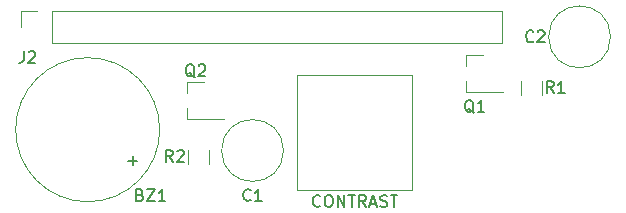
<source format=gbr>
G04 #@! TF.GenerationSoftware,KiCad,Pcbnew,5.1.5+dfsg1-2build2*
G04 #@! TF.CreationDate,2020-11-20T08:54:09-05:00*
G04 #@! TF.ProjectId,portb_lcd_mod,706f7274-625f-46c6-9364-5f6d6f642e6b,rev?*
G04 #@! TF.SameCoordinates,Original*
G04 #@! TF.FileFunction,Legend,Top*
G04 #@! TF.FilePolarity,Positive*
%FSLAX46Y46*%
G04 Gerber Fmt 4.6, Leading zero omitted, Abs format (unit mm)*
G04 Created by KiCad (PCBNEW 5.1.5+dfsg1-2build2) date 2020-11-20 08:54:09*
%MOMM*%
%LPD*%
G04 APERTURE LIST*
%ADD10C,0.120000*%
%ADD11C,0.150000*%
G04 APERTURE END LIST*
D10*
X131078000Y-108712000D02*
G75*
G03X131078000Y-108712000I-6100000J0D01*
G01*
X121920000Y-101330000D02*
X121920000Y-98670000D01*
X121920000Y-101330000D02*
X160080000Y-101330000D01*
X160080000Y-101330000D02*
X160080000Y-98670000D01*
X121920000Y-98670000D02*
X160080000Y-98670000D01*
X119320000Y-98670000D02*
X120650000Y-98670000D01*
X119320000Y-100000000D02*
X119320000Y-98670000D01*
X156998000Y-102372000D02*
X156998000Y-103302000D01*
X156998000Y-105532000D02*
X156998000Y-104602000D01*
X156998000Y-105532000D02*
X160158000Y-105532000D01*
X156998000Y-102372000D02*
X158458000Y-102372000D01*
X133376000Y-104658000D02*
X134836000Y-104658000D01*
X133376000Y-107818000D02*
X136536000Y-107818000D01*
X133376000Y-107818000D02*
X133376000Y-106888000D01*
X133376000Y-104658000D02*
X133376000Y-105588000D01*
X163470000Y-104590436D02*
X163470000Y-105794564D01*
X161650000Y-104590436D02*
X161650000Y-105794564D01*
X133456000Y-110432436D02*
X133456000Y-111636564D01*
X135276000Y-110432436D02*
X135276000Y-111636564D01*
X152459000Y-104066000D02*
X152459000Y-113836000D01*
X142689000Y-104066000D02*
X142689000Y-113836000D01*
X152459000Y-104066000D02*
X142689000Y-104066000D01*
X152459000Y-113836000D02*
X142689000Y-113836000D01*
X141558000Y-110474000D02*
G75*
G03X141558000Y-110474000I-2620000J0D01*
G01*
X169244000Y-100854000D02*
G75*
G03X169244000Y-100854000I-2620000J0D01*
G01*
D11*
X129421047Y-114228571D02*
X129563904Y-114276190D01*
X129611523Y-114323809D01*
X129659142Y-114419047D01*
X129659142Y-114561904D01*
X129611523Y-114657142D01*
X129563904Y-114704761D01*
X129468666Y-114752380D01*
X129087714Y-114752380D01*
X129087714Y-113752380D01*
X129421047Y-113752380D01*
X129516285Y-113800000D01*
X129563904Y-113847619D01*
X129611523Y-113942857D01*
X129611523Y-114038095D01*
X129563904Y-114133333D01*
X129516285Y-114180952D01*
X129421047Y-114228571D01*
X129087714Y-114228571D01*
X129992476Y-113752380D02*
X130659142Y-113752380D01*
X129992476Y-114752380D01*
X130659142Y-114752380D01*
X131563904Y-114752380D02*
X130992476Y-114752380D01*
X131278190Y-114752380D02*
X131278190Y-113752380D01*
X131182952Y-113895238D01*
X131087714Y-113990476D01*
X130992476Y-114038095D01*
X128407047Y-111323428D02*
X129168952Y-111323428D01*
X128788000Y-111704380D02*
X128788000Y-110942476D01*
X119554666Y-102068380D02*
X119554666Y-102782666D01*
X119507047Y-102925523D01*
X119411809Y-103020761D01*
X119268952Y-103068380D01*
X119173714Y-103068380D01*
X119983238Y-102163619D02*
X120030857Y-102116000D01*
X120126095Y-102068380D01*
X120364190Y-102068380D01*
X120459428Y-102116000D01*
X120507047Y-102163619D01*
X120554666Y-102258857D01*
X120554666Y-102354095D01*
X120507047Y-102496952D01*
X119935619Y-103068380D01*
X120554666Y-103068380D01*
X157662761Y-107299619D02*
X157567523Y-107252000D01*
X157472285Y-107156761D01*
X157329428Y-107013904D01*
X157234190Y-106966285D01*
X157138952Y-106966285D01*
X157186571Y-107204380D02*
X157091333Y-107156761D01*
X156996095Y-107061523D01*
X156948476Y-106871047D01*
X156948476Y-106537714D01*
X156996095Y-106347238D01*
X157091333Y-106252000D01*
X157186571Y-106204380D01*
X157377047Y-106204380D01*
X157472285Y-106252000D01*
X157567523Y-106347238D01*
X157615142Y-106537714D01*
X157615142Y-106871047D01*
X157567523Y-107061523D01*
X157472285Y-107156761D01*
X157377047Y-107204380D01*
X157186571Y-107204380D01*
X158567523Y-107204380D02*
X157996095Y-107204380D01*
X158281809Y-107204380D02*
X158281809Y-106204380D01*
X158186571Y-106347238D01*
X158091333Y-106442476D01*
X157996095Y-106490095D01*
X134040761Y-104285619D02*
X133945523Y-104238000D01*
X133850285Y-104142761D01*
X133707428Y-103999904D01*
X133612190Y-103952285D01*
X133516952Y-103952285D01*
X133564571Y-104190380D02*
X133469333Y-104142761D01*
X133374095Y-104047523D01*
X133326476Y-103857047D01*
X133326476Y-103523714D01*
X133374095Y-103333238D01*
X133469333Y-103238000D01*
X133564571Y-103190380D01*
X133755047Y-103190380D01*
X133850285Y-103238000D01*
X133945523Y-103333238D01*
X133993142Y-103523714D01*
X133993142Y-103857047D01*
X133945523Y-104047523D01*
X133850285Y-104142761D01*
X133755047Y-104190380D01*
X133564571Y-104190380D01*
X134374095Y-103285619D02*
X134421714Y-103238000D01*
X134516952Y-103190380D01*
X134755047Y-103190380D01*
X134850285Y-103238000D01*
X134897904Y-103285619D01*
X134945523Y-103380857D01*
X134945523Y-103476095D01*
X134897904Y-103618952D01*
X134326476Y-104190380D01*
X134945523Y-104190380D01*
X164425333Y-105608380D02*
X164092000Y-105132190D01*
X163853904Y-105608380D02*
X163853904Y-104608380D01*
X164234857Y-104608380D01*
X164330095Y-104656000D01*
X164377714Y-104703619D01*
X164425333Y-104798857D01*
X164425333Y-104941714D01*
X164377714Y-105036952D01*
X164330095Y-105084571D01*
X164234857Y-105132190D01*
X163853904Y-105132190D01*
X165377714Y-105608380D02*
X164806285Y-105608380D01*
X165092000Y-105608380D02*
X165092000Y-104608380D01*
X164996761Y-104751238D01*
X164901523Y-104846476D01*
X164806285Y-104894095D01*
X132167333Y-111450380D02*
X131834000Y-110974190D01*
X131595904Y-111450380D02*
X131595904Y-110450380D01*
X131976857Y-110450380D01*
X132072095Y-110498000D01*
X132119714Y-110545619D01*
X132167333Y-110640857D01*
X132167333Y-110783714D01*
X132119714Y-110878952D01*
X132072095Y-110926571D01*
X131976857Y-110974190D01*
X131595904Y-110974190D01*
X132548285Y-110545619D02*
X132595904Y-110498000D01*
X132691142Y-110450380D01*
X132929238Y-110450380D01*
X133024476Y-110498000D01*
X133072095Y-110545619D01*
X133119714Y-110640857D01*
X133119714Y-110736095D01*
X133072095Y-110878952D01*
X132500666Y-111450380D01*
X133119714Y-111450380D01*
X144669238Y-115165142D02*
X144621619Y-115212761D01*
X144478761Y-115260380D01*
X144383523Y-115260380D01*
X144240666Y-115212761D01*
X144145428Y-115117523D01*
X144097809Y-115022285D01*
X144050190Y-114831809D01*
X144050190Y-114688952D01*
X144097809Y-114498476D01*
X144145428Y-114403238D01*
X144240666Y-114308000D01*
X144383523Y-114260380D01*
X144478761Y-114260380D01*
X144621619Y-114308000D01*
X144669238Y-114355619D01*
X145288285Y-114260380D02*
X145478761Y-114260380D01*
X145574000Y-114308000D01*
X145669238Y-114403238D01*
X145716857Y-114593714D01*
X145716857Y-114927047D01*
X145669238Y-115117523D01*
X145574000Y-115212761D01*
X145478761Y-115260380D01*
X145288285Y-115260380D01*
X145193047Y-115212761D01*
X145097809Y-115117523D01*
X145050190Y-114927047D01*
X145050190Y-114593714D01*
X145097809Y-114403238D01*
X145193047Y-114308000D01*
X145288285Y-114260380D01*
X146145428Y-115260380D02*
X146145428Y-114260380D01*
X146716857Y-115260380D01*
X146716857Y-114260380D01*
X147050190Y-114260380D02*
X147621619Y-114260380D01*
X147335904Y-115260380D02*
X147335904Y-114260380D01*
X148526380Y-115260380D02*
X148193047Y-114784190D01*
X147954952Y-115260380D02*
X147954952Y-114260380D01*
X148335904Y-114260380D01*
X148431142Y-114308000D01*
X148478761Y-114355619D01*
X148526380Y-114450857D01*
X148526380Y-114593714D01*
X148478761Y-114688952D01*
X148431142Y-114736571D01*
X148335904Y-114784190D01*
X147954952Y-114784190D01*
X148907333Y-114974666D02*
X149383523Y-114974666D01*
X148812095Y-115260380D02*
X149145428Y-114260380D01*
X149478761Y-115260380D01*
X149764476Y-115212761D02*
X149907333Y-115260380D01*
X150145428Y-115260380D01*
X150240666Y-115212761D01*
X150288285Y-115165142D01*
X150335904Y-115069904D01*
X150335904Y-114974666D01*
X150288285Y-114879428D01*
X150240666Y-114831809D01*
X150145428Y-114784190D01*
X149954952Y-114736571D01*
X149859714Y-114688952D01*
X149812095Y-114641333D01*
X149764476Y-114546095D01*
X149764476Y-114450857D01*
X149812095Y-114355619D01*
X149859714Y-114308000D01*
X149954952Y-114260380D01*
X150193047Y-114260380D01*
X150335904Y-114308000D01*
X150621619Y-114260380D02*
X151193047Y-114260380D01*
X150907333Y-115260380D02*
X150907333Y-114260380D01*
X138771333Y-114657142D02*
X138723714Y-114704761D01*
X138580857Y-114752380D01*
X138485619Y-114752380D01*
X138342761Y-114704761D01*
X138247523Y-114609523D01*
X138199904Y-114514285D01*
X138152285Y-114323809D01*
X138152285Y-114180952D01*
X138199904Y-113990476D01*
X138247523Y-113895238D01*
X138342761Y-113800000D01*
X138485619Y-113752380D01*
X138580857Y-113752380D01*
X138723714Y-113800000D01*
X138771333Y-113847619D01*
X139723714Y-114752380D02*
X139152285Y-114752380D01*
X139438000Y-114752380D02*
X139438000Y-113752380D01*
X139342761Y-113895238D01*
X139247523Y-113990476D01*
X139152285Y-114038095D01*
X162707333Y-101211142D02*
X162659714Y-101258761D01*
X162516857Y-101306380D01*
X162421619Y-101306380D01*
X162278761Y-101258761D01*
X162183523Y-101163523D01*
X162135904Y-101068285D01*
X162088285Y-100877809D01*
X162088285Y-100734952D01*
X162135904Y-100544476D01*
X162183523Y-100449238D01*
X162278761Y-100354000D01*
X162421619Y-100306380D01*
X162516857Y-100306380D01*
X162659714Y-100354000D01*
X162707333Y-100401619D01*
X163088285Y-100401619D02*
X163135904Y-100354000D01*
X163231142Y-100306380D01*
X163469238Y-100306380D01*
X163564476Y-100354000D01*
X163612095Y-100401619D01*
X163659714Y-100496857D01*
X163659714Y-100592095D01*
X163612095Y-100734952D01*
X163040666Y-101306380D01*
X163659714Y-101306380D01*
M02*

</source>
